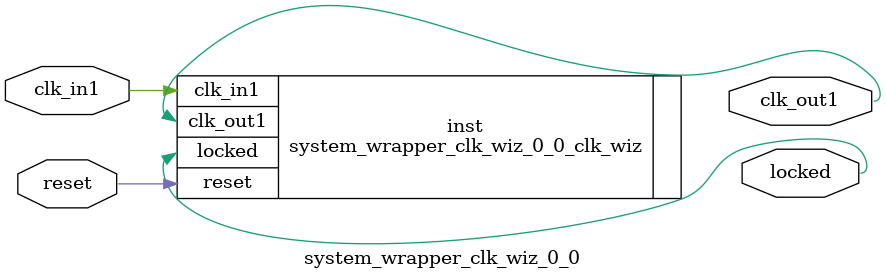
<source format=v>


`timescale 1ps/1ps

(* CORE_GENERATION_INFO = "system_wrapper_clk_wiz_0_0,clk_wiz_v6_0_13_0_0,{component_name=system_wrapper_clk_wiz_0_0,use_phase_alignment=true,use_min_o_jitter=false,use_max_i_jitter=false,use_dyn_phase_shift=false,use_inclk_switchover=false,use_dyn_reconfig=false,enable_axi=0,feedback_source=FDBK_AUTO,PRIMITIVE=MMCM,num_out_clk=1,clkin1_period=20.000,clkin2_period=10.0,use_power_down=false,use_reset=true,use_locked=true,use_inclk_stopped=false,feedback_type=SINGLE,CLOCK_MGR_TYPE=NA,manual_override=false}" *)

module system_wrapper_clk_wiz_0_0 
 (
  // Clock out ports
  output        clk_out1,
  // Status and control signals
  input         reset,
  output        locked,
 // Clock in ports
  input         clk_in1
 );

  system_wrapper_clk_wiz_0_0_clk_wiz inst
  (
  // Clock out ports  
  .clk_out1(clk_out1),
  // Status and control signals               
  .reset(reset), 
  .locked(locked),
 // Clock in ports
  .clk_in1(clk_in1)
  );

endmodule

</source>
